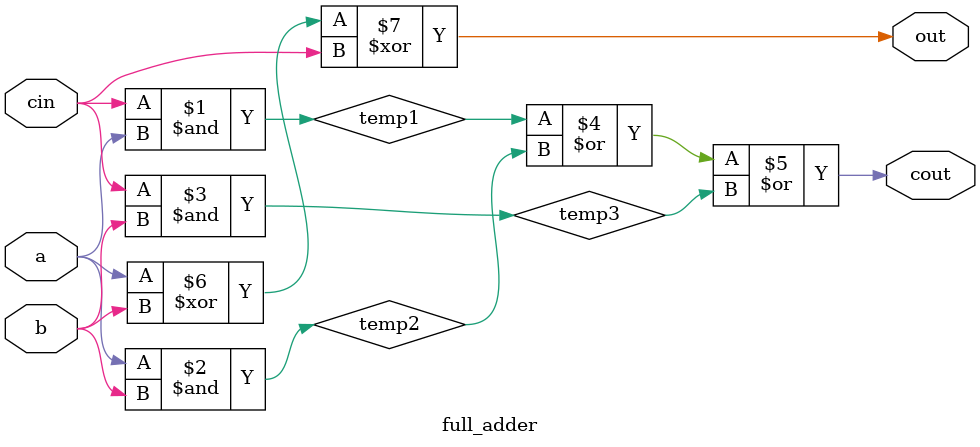
<source format=v>
module adder_gate(x, y, carry, out);
input [7:0] x, y;
output carry;
output [7:0] out;

/*Write your code here*/
wire [6:0] temp;

full_adder FA1(.a(x[0]),.b(y[0]),.cin(1'b0),.cout(temp[0]),.out(out[0]));
full_adder FA2(.a(x[1]),.b(y[1]),.cin(temp[0]),.cout(temp[1]),.out(out[1]));
full_adder FA3(.a(x[2]),.b(y[2]),.cin(temp[1]),.cout(temp[2]),.out(out[2]));
full_adder FA4(.a(x[3]),.b(y[3]),.cin(temp[2]),.cout(temp[3]),.out(out[3]));
full_adder FA5(.a(x[4]),.b(y[4]),.cin(temp[3]),.cout(temp[4]),.out(out[4]));
full_adder FA6(.a(x[5]),.b(y[5]),.cin(temp[4]),.cout(temp[5]),.out(out[5]));
full_adder FA7(.a(x[6]),.b(y[6]),.cin(temp[5]),.cout(temp[6]),.out(out[6]));
full_adder FA8(.a(x[7]),.b(y[7]),.cin(temp[6]),.cout(carry),.out(out[7]));

/*End of code*/

endmodule

module full_adder(a,b,cin,cout,out);
input a,b,cin;
output cout;
output out;

wire temp1,temp2,temp3;

and #1 AND1(temp1,cin,a);
and #1 AND2(temp2,a,b);
and #1 AND3(temp3,cin,b);
or  #1 OR1(cout,temp1,temp2,temp3);
xor #1 XOR1(out,a,b,cin);

endmodule
</source>
